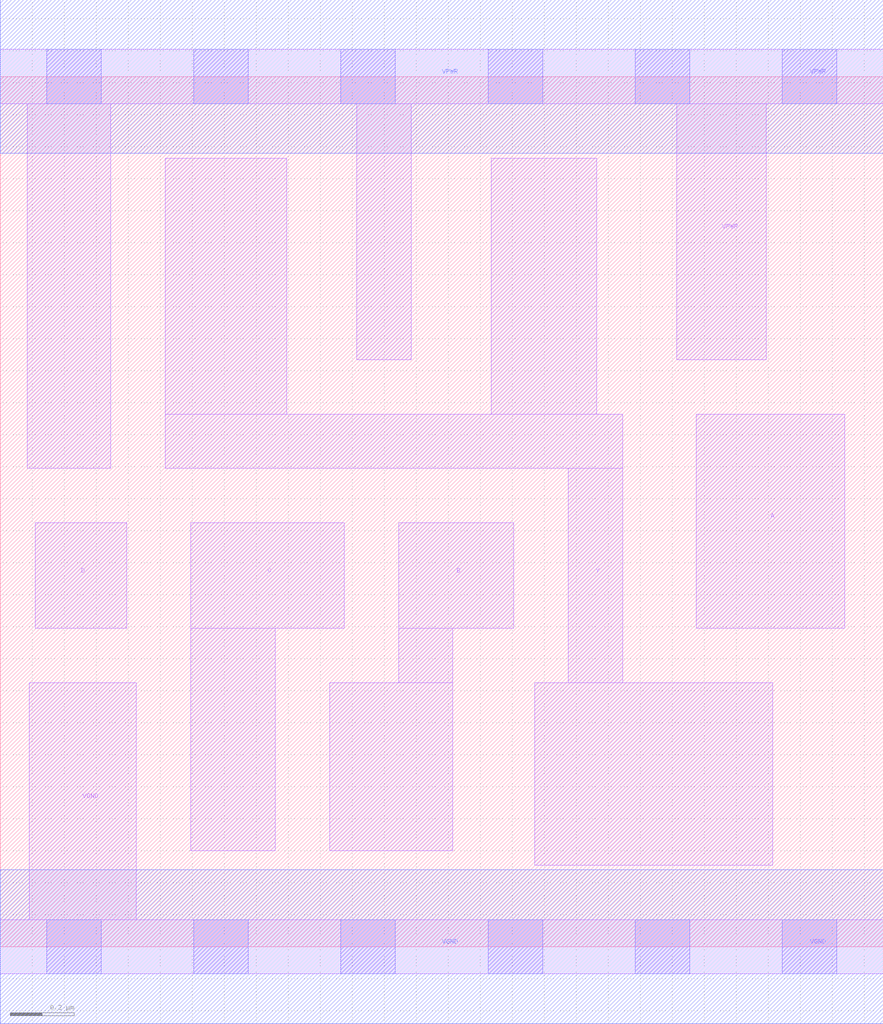
<source format=lef>
# Copyright 2020 The SkyWater PDK Authors
#
# Licensed under the Apache License, Version 2.0 (the "License");
# you may not use this file except in compliance with the License.
# You may obtain a copy of the License at
#
#     https://www.apache.org/licenses/LICENSE-2.0
#
# Unless required by applicable law or agreed to in writing, software
# distributed under the License is distributed on an "AS IS" BASIS,
# WITHOUT WARRANTIES OR CONDITIONS OF ANY KIND, either express or implied.
# See the License for the specific language governing permissions and
# limitations under the License.
#
# SPDX-License-Identifier: Apache-2.0

VERSION 5.7 ;
  NAMESCASESENSITIVE ON ;
  NOWIREEXTENSIONATPIN ON ;
  DIVIDERCHAR "/" ;
  BUSBITCHARS "[]" ;
UNITS
  DATABASE MICRONS 200 ;
END UNITS
PROPERTYDEFINITIONS
  MACRO maskLayoutSubType STRING ;
  MACRO prCellType STRING ;
  MACRO originalViewName STRING ;
END PROPERTYDEFINITIONS
MACRO sky130_fd_sc_hdll__nand4_1
  CLASS CORE ;
  FOREIGN sky130_fd_sc_hdll__nand4_1 ;
  ORIGIN  0.000000  0.000000 ;
  SIZE  2.760000 BY  2.720000 ;
  SYMMETRY X Y R90 ;
  SITE unithd ;
  PIN A
    ANTENNAGATEAREA  0.277500 ;
    DIRECTION INPUT ;
    USE SIGNAL ;
    PORT
      LAYER li1 ;
        RECT 2.175000 0.995000 2.640000 1.665000 ;
    END
  END A
  PIN B
    ANTENNAGATEAREA  0.277500 ;
    DIRECTION INPUT ;
    USE SIGNAL ;
    PORT
      LAYER li1 ;
        RECT 1.030000 0.300000 1.415000 0.825000 ;
        RECT 1.245000 0.825000 1.415000 0.995000 ;
        RECT 1.245000 0.995000 1.605000 1.325000 ;
    END
  END B
  PIN C
    ANTENNAGATEAREA  0.277500 ;
    DIRECTION INPUT ;
    USE SIGNAL ;
    PORT
      LAYER li1 ;
        RECT 0.595000 0.300000 0.860000 0.995000 ;
        RECT 0.595000 0.995000 1.075000 1.325000 ;
    END
  END C
  PIN D
    ANTENNAGATEAREA  0.277500 ;
    DIRECTION INPUT ;
    USE SIGNAL ;
    PORT
      LAYER li1 ;
        RECT 0.110000 0.995000 0.395000 1.325000 ;
    END
  END D
  PIN Y
    ANTENNADIFFAREA  0.867500 ;
    DIRECTION OUTPUT ;
    USE SIGNAL ;
    PORT
      LAYER li1 ;
        RECT 0.515000 1.495000 1.945000 1.665000 ;
        RECT 0.515000 1.665000 0.895000 2.465000 ;
        RECT 1.535000 1.665000 1.865000 2.465000 ;
        RECT 1.670000 0.255000 2.415000 0.825000 ;
        RECT 1.775000 0.825000 1.945000 1.495000 ;
    END
  END Y
  PIN VGND
    DIRECTION INOUT ;
    USE GROUND ;
    PORT
      LAYER li1 ;
        RECT 0.000000 -0.085000 2.760000 0.085000 ;
        RECT 0.090000  0.085000 0.425000 0.825000 ;
      LAYER mcon ;
        RECT 0.145000 -0.085000 0.315000 0.085000 ;
        RECT 0.605000 -0.085000 0.775000 0.085000 ;
        RECT 1.065000 -0.085000 1.235000 0.085000 ;
        RECT 1.525000 -0.085000 1.695000 0.085000 ;
        RECT 1.985000 -0.085000 2.155000 0.085000 ;
        RECT 2.445000 -0.085000 2.615000 0.085000 ;
      LAYER met1 ;
        RECT 0.000000 -0.240000 2.760000 0.240000 ;
    END
  END VGND
  PIN VPWR
    DIRECTION INOUT ;
    USE POWER ;
    PORT
      LAYER li1 ;
        RECT 0.000000 2.635000 2.760000 2.805000 ;
        RECT 0.085000 1.495000 0.345000 2.635000 ;
        RECT 1.115000 1.835000 1.285000 2.635000 ;
        RECT 2.115000 1.835000 2.395000 2.635000 ;
      LAYER mcon ;
        RECT 0.145000 2.635000 0.315000 2.805000 ;
        RECT 0.605000 2.635000 0.775000 2.805000 ;
        RECT 1.065000 2.635000 1.235000 2.805000 ;
        RECT 1.525000 2.635000 1.695000 2.805000 ;
        RECT 1.985000 2.635000 2.155000 2.805000 ;
        RECT 2.445000 2.635000 2.615000 2.805000 ;
      LAYER met1 ;
        RECT 0.000000 2.480000 2.760000 2.960000 ;
    END
  END VPWR
  PROPERTY maskLayoutSubType "abstract" ;
  PROPERTY prCellType "standard" ;
  PROPERTY originalViewName "layout" ;
END sky130_fd_sc_hdll__nand4_1

</source>
